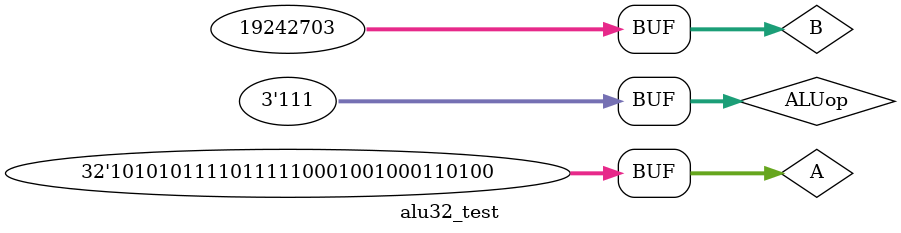
<source format=v>
`define DELAY 20
module alu32_test();
reg [31:0] A, B;
reg [2:0] ALUop;
wire [31:0] Result;

alu32 T(.A(A), .B(B), .ALUop(ALUop), .Result(Result));

initial begin
//ADD --> 000
A = 32'd16; B = 32'd34; ALUop = 3'b000;
#`DELAY;
A = 32'd100; B = 32'd100; ALUop = 3'b000;
#`DELAY;

//SUB --> 001
A = 32'd100; B = 32'd47; ALUop = 3'b001;
#`DELAY;
A = 32'd105; B = 32'd3; ALUop = 3'b001;
#`DELAY;

//XOR --> 011
A = 32'hFFFFFFFF; B = 32'h00000000; ALUop = 3'b011;
#`DELAY;
A = 32'hABDF1234; B = 32'h01259ECF; ALUop = 3'b011;
#`DELAY;

//AND --> 100
A = 32'hFFFFFFFF; B = 32'h00000000; ALUop = 3'b100;
#`DELAY;
A = 32'hABDF1234; B = 32'h01259ECF; ALUop = 3'b100;
#`DELAY;

//OR --> 101
A = 32'hFFFFFFFF; B = 32'h00000000; ALUop = 3'b101;
#`DELAY;
A = 32'hABDF1234; B = 32'h01259ECF; ALUop = 3'b101;
#`DELAY;

//SLT --> 110
A = 32'd100; B = 32'd47; ALUop = 3'b110;
#`DELAY;
A = 32'd100; B = 32'd147; ALUop = 3'b110;
#`DELAY;

//NOR --> 111
A = 32'hFFFFFFFF; B = 32'h00000000; ALUop = 3'b111;
#`DELAY;
A = 32'hABDF1234; B = 32'h01259ECF; ALUop = 3'b111;
#`DELAY;
end

initial
begin
$monitor("ALU Results: Result = %d, A = %d, B = %d, ALUop = %3b", Result, A, B, ALUop);
end
 

endmodule
</source>
